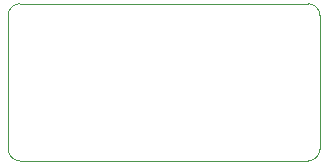
<source format=gbr>
%TF.GenerationSoftware,KiCad,Pcbnew,9.0.3*%
%TF.CreationDate,2025-09-10T00:52:23-04:00*%
%TF.ProjectId,IMU-Magnetometer,494d552d-4d61-4676-9e65-746f6d657465,rev?*%
%TF.SameCoordinates,Original*%
%TF.FileFunction,Profile,NP*%
%FSLAX46Y46*%
G04 Gerber Fmt 4.6, Leading zero omitted, Abs format (unit mm)*
G04 Created by KiCad (PCBNEW 9.0.3) date 2025-09-10 00:52:23*
%MOMM*%
%LPD*%
G01*
G04 APERTURE LIST*
%TA.AperFunction,Profile*%
%ADD10C,0.050000*%
%TD*%
G04 APERTURE END LIST*
D10*
X-12434191Y1966733D02*
X11965809Y1966733D01*
X-13434191Y-10333267D02*
X-13434191Y966733D01*
X11965809Y1966733D02*
G75*
G02*
X12965833Y966733I-9J-1000033D01*
G01*
X-13434191Y966733D02*
G75*
G02*
X-12434191Y1966733I999999J1D01*
G01*
X-12434191Y-11333267D02*
G75*
G02*
X-13434191Y-10333267I-1J999999D01*
G01*
X12965809Y966733D02*
X12965809Y-10333267D01*
X12965809Y-10333267D02*
G75*
G02*
X11965809Y-11333269I-999999J-3D01*
G01*
X11965809Y-11333267D02*
X-12434191Y-11333267D01*
M02*

</source>
